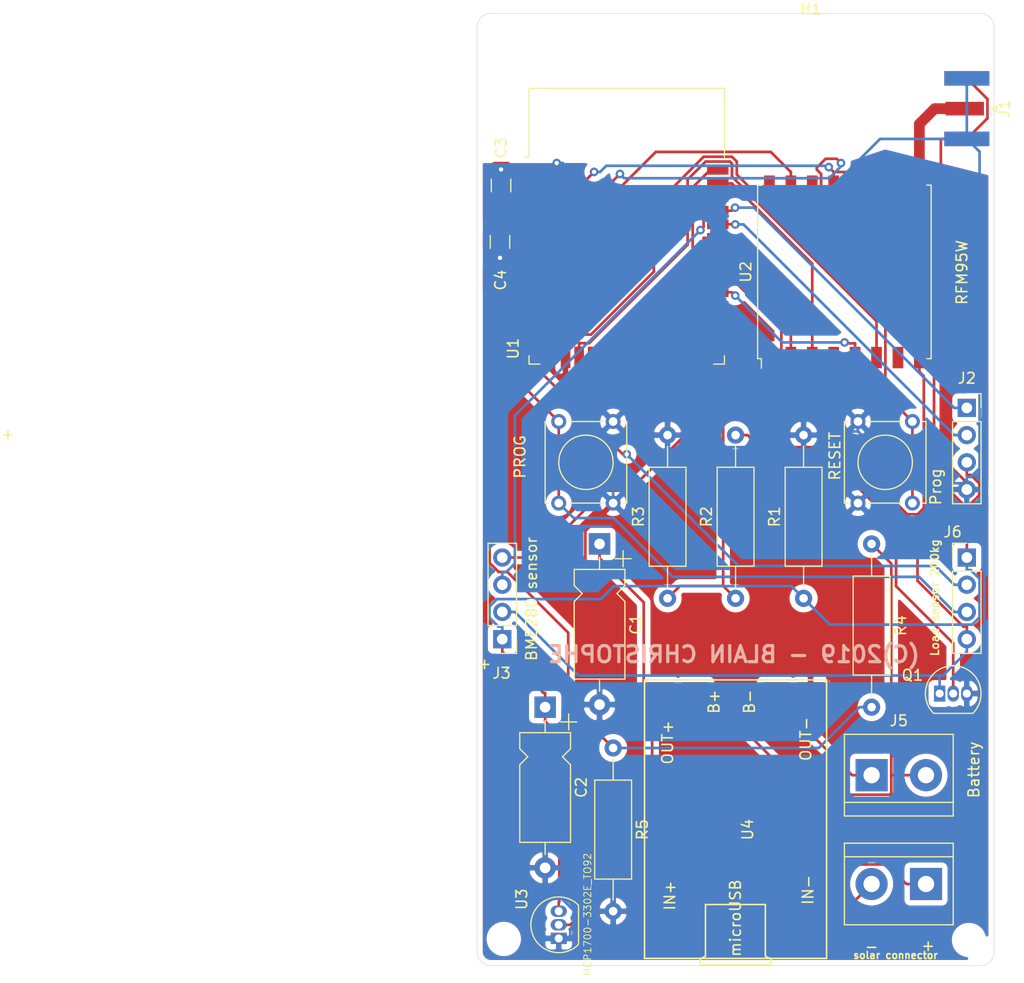
<source format=kicad_pcb>
(kicad_pcb (version 20171130) (host pcbnew "(5.1.4)-1")
  (layers (0 F.Cu signal) (31 B.Cu signal) (34 B.Paste user) (35 F.Paste user) (36 B.SilkS user) (37 F.SilkS user) (38 B.Mask user) (39 F.Mask user) (44 Edge.Cuts user))
  (net 0 "")
  (net 1 0)
  (net 2 "Net-(C1-Pad1)")
  (net 3 VCC)
  (net 4 "Net-(SW1-Pad2)")
  (net 5 "Net-(U1-Pad4)")
  (net 6 "Net-(U1-Pad5)")
  (net 7 "Net-(U1-Pad6)")
  (net 8 "Net-(U1-Pad7)")
  (net 9 "Net-(U1-Pad9)")
  (net 10 "Net-(U1-Pad12)")
  (net 11 "Net-(U1-Pad13)")
  (net 12 "Net-(U1-Pad14)")
  (net 13 "Net-(U1-Pad16)")
  (net 14 "Net-(U1-Pad17)")
  (net 15 "Net-(U1-Pad18)")
  (net 16 "Net-(U1-Pad19)")
  (net 17 "Net-(U1-Pad20)")
  (net 18 "Net-(U1-Pad21)")
  (net 19 "Net-(U1-Pad22)")
  (net 20 "Net-(U1-Pad23)")
  (net 21 "Net-(U1-Pad24)")
  (net 22 "Net-(U1-Pad25)")
  (net 23 "Net-(U1-Pad26)")
  (net 24 "Net-(U1-Pad28)")
  (net 25 "Net-(U1-Pad29)")
  (net 26 "Net-(U1-Pad30)")
  (net 27 "Net-(U1-Pad31)")
  (net 28 "Net-(U1-Pad32)")
  (net 29 "Net-(U1-Pad37)")
  (net 30 "Net-(U2-Pad12)")
  (net 31 "Net-(U2-Pad11)")
  (net 32 "Net-(U2-Pad7)")
  (net 33 "Net-(U2-Pad16)")
  (net 34 "Net-(J1-Pad1)")
  (net 35 /RXD)
  (net 36 /TXD)
  (net 37 /SCL)
  (net 38 /SDA)
  (net 39 /Vin-)
  (net 40 /Vin+)
  (net 41 /VBAT+)
  (net 42 /VBAT-)
  (net 43 /deepsleep)
  (net 44 "Net-(Q1-Pad2)")
  (net 45 "Net-(R2-Pad1)")
  (net 46 /CheckVbat+)
  (net 47 /DT)
  (net 48 /SLK)
  (module Capacitor_THT:CP_Axial_L10.0mm_D4.5mm_P15.00mm_Horizontal (layer F.Cu) (at 128.27 617.22 270)
    (fp_text reference C1 (at 7.5 -3.37 90) (layer F.SilkS))
    (fp_text value 10µF)
    (pad 2 thru_hole oval (at 15 0 270) (size 2 2) (drill 1) (layers *.Cu *.Mask) (net 1 0))
    (pad 1 thru_hole rect (at 0 0 270) (size 2 2) (drill 1) (layers *.Cu *.Mask) (net 2 "Net-(C1-Pad1)"))
  )
  (module Capacitor_THT:CP_Axial_L10.0mm_D4.5mm_P15.00mm_Horizontal (layer F.Cu) (at 123.19 632.46 270)
    (fp_text reference C2 (at 7.5 -3.37 90) (layer F.SilkS))
    (fp_text value 10µF)
    (pad 1 thru_hole rect (at 0 0 270) (size 2 2) (drill 1) (layers *.Cu *.Mask) (net 3 VCC))
    (pad 2 thru_hole oval (at 15 0 270) (size 2 2) (drill 1) (layers *.Cu *.Mask) (net 1 0))
  )
  (module Connector_Coaxial:SMA_Samtec_SMA-J-P-H-ST-EM1_EdgeMount (layer F.Cu) (at 162.56 576.58 180)
    (fp_text reference J1 (at -3.5 0 90) (layer F.SilkS))
    (fp_text value Conn_Coaxial_Power hide)
    (pad 2 smd rect (at 0 2.825 270) (size 1.35 4.2) (layers B.Cu B.Paste B.Mask) (net 1 0))
    (pad 2 smd rect (at 0 -2.825 270) (size 1.35 4.2) (layers B.Cu B.Paste B.Mask) (net 1 0))
    (pad 2 smd rect (at 0 2.825 270) (size 1.35 4.2) (layers F.Cu F.Paste F.Mask) (net 1 0))
    (pad 2 smd rect (at 0 -2.825 270) (size 1.35 4.2) (layers F.Cu F.Paste F.Mask) (net 1 0))
    (pad 1 smd rect (at 0.2 0 270) (size 1.27 3.6) (layers F.Cu F.Paste F.Mask) (net 34 "Net-(J1-Pad1)"))
  )
  (module Connector_PinHeader_2.54mm:PinHeader_1x04_P2.54mm_Vertical (layer F.Cu) (at 119.19 626.11 180)
    (fp_text reference J3 (at 0.0635 -3.175) (layer F.SilkS))
    (fp_text value "BME280 sensor" (at -2.73 3.7592 90) (layer F.SilkS))
    (pad 1 thru_hole rect (at 0 0 180) (size 1.7 1.7) (drill 1) (layers *.Cu *.Mask) (net 3 VCC))
    (pad 2 thru_hole oval (at 0 2.54 180) (size 1.7 1.7) (drill 1) (layers *.Cu *.Mask) (net 43 /deepsleep))
    (pad 3 thru_hole oval (at 0 5.08 180) (size 1.7 1.7) (drill 1) (layers *.Cu *.Mask) (net 37 /SCL))
    (pad 4 thru_hole oval (at 0 7.62 180) (size 1.7 1.7) (drill 1) (layers *.Cu *.Mask) (net 38 /SDA))
  )
  (module TerminalBlock:TerminalBlock_bornier-2_P5.08mm (layer F.Cu) (at 158.75 648.97 180)
    (fp_text reference J4 hide)
    (fp_text value "solar connector" (at 2.8448 -6.6548) (layer F.SilkS) (effects (font (size 0.66 0.66))))
    (pad 1 thru_hole rect (at 0 0 180) (size 3 3) (drill 1.52) (layers *.Cu *.Mask) (net 40 /Vin+))
    (pad 2 thru_hole circle (at 5.08 0 180) (size 3 3) (drill 1.52) (layers *.Cu *.Mask) (net 39 /Vin-))
  )
  (module TerminalBlock:TerminalBlock_bornier-2_P5.08mm (layer F.Cu) (at 153.67 638.81)
    (fp_text reference J5 (at 2.54 -5.08) (layer F.SilkS))
    (fp_text value Battery (at 9.5504 -0.508 270) (layer F.SilkS))
    (pad 2 thru_hole circle (at 5.08 0) (size 3 3) (drill 1.52) (layers *.Cu *.Mask) (net 41 /VBAT+))
    (pad 1 thru_hole rect (at 0 0) (size 3 3) (drill 1.52) (layers *.Cu *.Mask) (net 42 /VBAT-))
  )
  (module Connector_PinHeader_2.54mm:PinHeader_1x04_P2.54mm_Vertical (layer F.Cu) (at 162.56 618.49)
    (fp_text reference J6 (at -1.3208 -2.3876) (layer F.SilkS))
    (fp_text value "Load sensor 200kg" (at -2.9845 3.7465 90) (layer F.SilkS) (effects (font (size 0.75 0.75))))
    (pad 4 thru_hole oval (at 0 7.62) (size 1.7 1.7) (drill 1) (layers *.Cu *.Mask) (net 43 /deepsleep))
    (pad 3 thru_hole oval (at 0 5.08) (size 1.7 1.7) (drill 1) (layers *.Cu *.Mask) (net 47 /DT))
    (pad 2 thru_hole oval (at 0 2.54) (size 1.7 1.7) (drill 1) (layers *.Cu *.Mask) (net 48 /SLK))
    (pad 1 thru_hole rect (at 0 0) (size 1.7 1.7) (drill 1) (layers *.Cu *.Mask) (net 3 VCC))
  )
  (module Package_TO_SOT_THT:TO-92_Inline (layer F.Cu) (at 160.02 631.19)
    (fp_text reference Q1 (at -2.54 -1.7145) (layer F.SilkS))
    (fp_text value BC337)
    (pad 2 thru_hole oval (at 1.27 0) (size 1.05 1.5) (drill 0.75) (layers *.Cu *.Mask) (net 44 "Net-(Q1-Pad2)"))
    (pad 3 thru_hole oval (at 2.54 0) (size 1.05 1.5) (drill 0.75) (layers *.Cu *.Mask) (net 1 0))
    (pad 1 thru_hole rect (at 0 0) (size 1.05 1.5) (drill 0.75) (layers *.Cu *.Mask) (net 43 /deepsleep))
  )
  (module Resistor_THT:R_Axial_DIN0309_L9.0mm_D3.2mm_P15.24mm_Horizontal (layer F.Cu) (at 147.32 622.3 90)
    (fp_text reference R1 (at 7.62 -2.72 90) (layer F.SilkS))
    (fp_text value 10K)
    (pad 1 thru_hole circle (at 0 0 90) (size 1.6 1.6) (drill 0.8) (layers *.Cu *.Mask) (net 3 VCC))
    (pad 2 thru_hole oval (at 15.24 0 90) (size 1.6 1.6) (drill 0.8) (layers *.Cu *.Mask) (net 1 0))
  )
  (module Resistor_THT:R_Axial_DIN0309_L9.0mm_D3.2mm_P15.24mm_Horizontal (layer F.Cu) (at 140.97 622.3 90)
    (fp_text reference R2 (at 7.62 -2.72 90) (layer F.SilkS))
    (fp_text value 2,2K)
    (pad 1 thru_hole circle (at 0 0 90) (size 1.6 1.6) (drill 0.8) (layers *.Cu *.Mask) (net 45 "Net-(R2-Pad1)"))
    (pad 2 thru_hole oval (at 15.24 0 90) (size 1.6 1.6) (drill 0.8) (layers *.Cu *.Mask) (net 44 "Net-(Q1-Pad2)"))
  )
  (module Resistor_THT:R_Axial_DIN0309_L9.0mm_D3.2mm_P15.24mm_Horizontal (layer F.Cu) (at 134.62 622.3 90)
    (fp_text reference R3 (at 7.62 -2.72 90) (layer F.SilkS))
    (fp_text value 10K)
    (pad 2 thru_hole oval (at 15.24 0 90) (size 1.6 1.6) (drill 0.8) (layers *.Cu *.Mask) (net 1 0))
    (pad 1 thru_hole circle (at 0 0 90) (size 1.6 1.6) (drill 0.8) (layers *.Cu *.Mask) (net 45 "Net-(R2-Pad1)"))
  )
  (module Resistor_THT:R_Axial_DIN0309_L9.0mm_D3.2mm_P15.24mm_Horizontal (layer F.Cu) (at 153.67 617.22 270)
    (fp_text reference R4 (at 7.62 -2.72 90) (layer F.SilkS))
    (fp_text value 1M)
    (pad 1 thru_hole circle (at 0 0 270) (size 1.6 1.6) (drill 0.8) (layers *.Cu *.Mask) (net 41 /VBAT+))
    (pad 2 thru_hole oval (at 15.24 0 270) (size 1.6 1.6) (drill 0.8) (layers *.Cu *.Mask) (net 46 /CheckVbat+))
  )
  (module Resistor_THT:R_Axial_DIN0309_L9.0mm_D3.2mm_P15.24mm_Horizontal (layer F.Cu) (at 129.54 636.27 270)
    (fp_text reference R5 (at 7.62 -2.72 90) (layer F.SilkS))
    (fp_text value 3M)
    (pad 2 thru_hole oval (at 15.24 0 270) (size 1.6 1.6) (drill 0.8) (layers *.Cu *.Mask) (net 1 0))
    (pad 1 thru_hole circle (at 0 0 270) (size 1.6 1.6) (drill 0.8) (layers *.Cu *.Mask) (net 46 /CheckVbat+))
  )
  (module Button_Switch_THT:SW_Tactile_Straight_KSA0Axx1LFTR (layer F.Cu) (at 152.4 613.41 90)
    (fp_text reference SW1 hide)
    (fp_text value RESET (at 4.3815 -2.159 90) (layer F.SilkS))
    (pad 2 thru_hole circle (at 0 5.08 90) (size 1.397 1.397) (drill 0.8128) (layers *.Cu *.Mask) (net 4 "Net-(SW1-Pad2)"))
    (pad 1 thru_hole circle (at 0 0 90) (size 1.397 1.397) (drill 0.8128) (layers *.Cu *.Mask) (net 1 0))
    (pad 2 thru_hole circle (at 7.62 5.08 90) (size 1.397 1.397) (drill 0.8128) (layers *.Cu *.Mask) (net 4 "Net-(SW1-Pad2)"))
    (pad 1 thru_hole circle (at 7.62 0 90) (size 1.397 1.397) (drill 0.8128) (layers *.Cu *.Mask) (net 1 0))
  )
  (module Button_Switch_THT:SW_Tactile_Straight_KSA0Axx1LFTR (layer F.Cu) (at 124.46 613.41 90)
    (fp_text reference SW2 hide)
    (fp_text value PROG (at 4.318 -3.6195 90) (layer F.SilkS))
    (pad 1 thru_hole circle (at 7.62 0 90) (size 1.397 1.397) (drill 0.8128) (layers *.Cu *.Mask) (net 47 /DT))
    (pad 2 thru_hole circle (at 7.62 5.08 90) (size 1.397 1.397) (drill 0.8128) (layers *.Cu *.Mask) (net 1 0))
    (pad 1 thru_hole circle (at 0 0 90) (size 1.397 1.397) (drill 0.8128) (layers *.Cu *.Mask) (net 47 /DT))
    (pad 2 thru_hole circle (at 0 5.08 90) (size 1.397 1.397) (drill 0.8128) (layers *.Cu *.Mask) (net 1 0))
  )
  (module RF_Module:ESP32-WROOM-32 (layer F.Cu) (at 130.81 590.55)
    (fp_text reference U1 (at -10.61 8.43 90) (layer F.SilkS))
    (fp_text value ESP32-WROOM-32)
    (pad 39 smd rect (at -1 -0.755) (size 5 5) (layers F.Cu F.Paste F.Mask))
    (pad 1 smd rect (at -8.5 -8.255) (size 2 0.9) (layers F.Cu F.Paste F.Mask) (net 1 0))
    (pad 2 smd rect (at -8.5 -6.985) (size 2 0.9) (layers F.Cu F.Paste F.Mask) (net 3 VCC))
    (pad 3 smd rect (at -8.5 -5.715) (size 2 0.9) (layers F.Cu F.Paste F.Mask) (net 4 "Net-(SW1-Pad2)"))
    (pad 4 smd rect (at -8.5 -4.445) (size 2 0.9) (layers F.Cu F.Paste F.Mask) (net 5 "Net-(U1-Pad4)"))
    (pad 5 smd rect (at -8.5 -3.175) (size 2 0.9) (layers F.Cu F.Paste F.Mask) (net 6 "Net-(U1-Pad5)"))
    (pad 6 smd rect (at -8.5 -1.905) (size 2 0.9) (layers F.Cu F.Paste F.Mask) (net 7 "Net-(U1-Pad6)"))
    (pad 7 smd rect (at -8.5 -0.635) (size 2 0.9) (layers F.Cu F.Paste F.Mask) (net 8 "Net-(U1-Pad7)"))
    (pad 8 smd rect (at -8.5 0.635) (size 2 0.9) (layers F.Cu F.Paste F.Mask) (net 46 /CheckVbat+))
    (pad 9 smd rect (at -8.5 1.905) (size 2 0.9) (layers F.Cu F.Paste F.Mask) (net 9 "Net-(U1-Pad9)"))
    (pad 10 smd rect (at -8.5 3.175) (size 2 0.9) (layers F.Cu F.Paste F.Mask) (net 47 /DT))
    (pad 11 smd rect (at -8.5 4.445) (size 2 0.9) (layers F.Cu F.Paste F.Mask) (net 48 /SLK))
    (pad 12 smd rect (at -8.5 5.715) (size 2 0.9) (layers F.Cu F.Paste F.Mask) (net 10 "Net-(U1-Pad12)"))
    (pad 13 smd rect (at -8.5 6.985) (size 2 0.9) (layers F.Cu F.Paste F.Mask) (net 11 "Net-(U1-Pad13)"))
    (pad 14 smd rect (at -8.5 8.255) (size 2 0.9) (layers F.Cu F.Paste F.Mask) (net 12 "Net-(U1-Pad14)"))
    (pad 15 smd rect (at -5.715 9.255 90) (size 2 0.9) (layers F.Cu F.Paste F.Mask) (net 1 0))
    (pad 16 smd rect (at -4.445 9.255 90) (size 2 0.9) (layers F.Cu F.Paste F.Mask) (net 13 "Net-(U1-Pad16)"))
    (pad 17 smd rect (at -3.175 9.255 90) (size 2 0.9) (layers F.Cu F.Paste F.Mask) (net 14 "Net-(U1-Pad17)"))
    (pad 18 smd rect (at -1.905 9.255 90) (size 2 0.9) (layers F.Cu F.Paste F.Mask) (net 15 "Net-(U1-Pad18)"))
    (pad 19 smd rect (at -0.635 9.255 90) (size 2 0.9) (layers F.Cu F.Paste F.Mask) (net 16 "Net-(U1-Pad19)"))
    (pad 20 smd rect (at 0.635 9.255 90) (size 2 0.9) (layers F.Cu F.Paste F.Mask) (net 17 "Net-(U1-Pad20)"))
    (pad 21 smd rect (at 1.905 9.255 90) (size 2 0.9) (layers F.Cu F.Paste F.Mask) (net 18 "Net-(U1-Pad21)"))
    (pad 22 smd rect (at 3.175 9.255 90) (size 2 0.9) (layers F.Cu F.Paste F.Mask) (net 19 "Net-(U1-Pad22)"))
    (pad 23 smd rect (at 4.445 9.255 90) (size 2 0.9) (layers F.Cu F.Paste F.Mask) (net 20 "Net-(U1-Pad23)"))
    (pad 24 smd rect (at 5.715 9.255 90) (size 2 0.9) (layers F.Cu F.Paste F.Mask) (net 21 "Net-(U1-Pad24)"))
    (pad 25 smd rect (at 8.5 8.255) (size 2 0.9) (layers F.Cu F.Paste F.Mask) (net 22 "Net-(U1-Pad25)"))
    (pad 26 smd rect (at 8.5 6.985) (size 2 0.9) (layers F.Cu F.Paste F.Mask) (net 23 "Net-(U1-Pad26)"))
    (pad 27 smd rect (at 8.5 5.715) (size 2 0.9) (layers F.Cu F.Paste F.Mask) (net 45 "Net-(R2-Pad1)"))
    (pad 28 smd rect (at 8.5 4.445) (size 2 0.9) (layers F.Cu F.Paste F.Mask) (net 24 "Net-(U1-Pad28)"))
    (pad 29 smd rect (at 8.5 3.175) (size 2 0.9) (layers F.Cu F.Paste F.Mask) (net 25 "Net-(U1-Pad29)"))
    (pad 30 smd rect (at 8.5 1.905) (size 2 0.9) (layers F.Cu F.Paste F.Mask) (net 26 "Net-(U1-Pad30)"))
    (pad 31 smd rect (at 8.5 0.635) (size 2 0.9) (layers F.Cu F.Paste F.Mask) (net 27 "Net-(U1-Pad31)"))
    (pad 32 smd rect (at 8.5 -0.635) (size 2 0.9) (layers F.Cu F.Paste F.Mask) (net 28 "Net-(U1-Pad32)"))
    (pad 33 smd rect (at 8.5 -1.905) (size 2 0.9) (layers F.Cu F.Paste F.Mask) (net 38 /SDA))
    (pad 34 smd rect (at 8.5 -3.175) (size 2 0.9) (layers F.Cu F.Paste F.Mask) (net 36 /TXD))
    (pad 35 smd rect (at 8.5 -4.445) (size 2 0.9) (layers F.Cu F.Paste F.Mask) (net 35 /RXD))
    (pad 36 smd rect (at 8.5 -5.715) (size 2 0.9) (layers F.Cu F.Paste F.Mask) (net 37 /SCL))
    (pad 37 smd rect (at 8.5 -6.985) (size 2 0.9) (layers F.Cu F.Paste F.Mask) (net 29 "Net-(U1-Pad37)"))
    (pad 38 smd rect (at 8.5 -8.255) (size 2 0.9) (layers F.Cu F.Paste F.Mask) (net 1 0))
  )
  (module RF_Module:HOPERF_RFM9XW_SMD (layer F.Cu) (at 151.13 591.82 90)
    (fp_text reference U2 (at 0 -9.2 90) (layer F.SilkS))
    (fp_text value RFM95W (at -0.0508 10.9728 90) (layer F.SilkS))
    (pad 1 smd rect (at -8 -7 90) (size 2 1) (layers F.Cu F.Paste F.Mask) (net 43 /deepsleep))
    (pad 2 smd rect (at -8 -5 90) (size 2 1) (layers F.Cu F.Paste F.Mask) (net 27 "Net-(U1-Pad31)"))
    (pad 3 smd rect (at -8 -3 90) (size 2 1) (layers F.Cu F.Paste F.Mask) (net 29 "Net-(U1-Pad37)"))
    (pad 4 smd rect (at -8 -1 90) (size 2 1) (layers F.Cu F.Paste F.Mask) (net 26 "Net-(U1-Pad30)"))
    (pad 5 smd rect (at -8 1 90) (size 2 1) (layers F.Cu F.Paste F.Mask) (net 25 "Net-(U1-Pad29)"))
    (pad 6 smd rect (at -8 3 90) (size 2 1) (layers F.Cu F.Paste F.Mask) (net 13 "Net-(U1-Pad16)"))
    (pad 7 smd rect (at -8 5 90) (size 2 1) (layers F.Cu F.Paste F.Mask) (net 32 "Net-(U2-Pad7)"))
    (pad 8 smd rect (at -8 7 90) (size 2 1) (layers F.Cu F.Paste F.Mask) (net 43 /deepsleep))
    (pad 9 smd rect (at 8 7 90) (size 2 1) (layers F.Cu F.Paste F.Mask) (net 34 "Net-(J1-Pad1)"))
    (pad 10 smd rect (at 8 5 90) (size 2 1) (layers F.Cu F.Paste F.Mask) (net 43 /deepsleep))
    (pad 11 smd rect (at 8 3 90) (size 2 1) (layers F.Cu F.Paste F.Mask) (net 31 "Net-(U2-Pad11)"))
    (pad 12 smd rect (at 8 1 90) (size 2 1) (layers F.Cu F.Paste F.Mask) (net 30 "Net-(U2-Pad12)"))
    (pad 13 smd rect (at 8 -1 90) (size 2 1) (layers F.Cu F.Paste F.Mask) (net 3 VCC))
    (pad 14 smd rect (at 8 -3 90) (size 2 1) (layers F.Cu F.Paste F.Mask) (net 12 "Net-(U1-Pad14)"))
    (pad 15 smd rect (at 8 -5 90) (size 2 1) (layers F.Cu F.Paste F.Mask) (net 11 "Net-(U1-Pad13)"))
    (pad 16 smd rect (at 8 -7 90) (size 2 1) (layers F.Cu F.Paste F.Mask) (net 33 "Net-(U2-Pad16)"))
  )
  (module Package_TO_SOT_THT:TO-92_Inline (layer F.Cu) (at 124.46 654.05 90)
    (fp_text reference U3 (at 3.6576 -3.4544 90) (layer F.SilkS))
    (fp_text value MCP1700-3302E_TO92 (at 2.2352 2.6924 90) (layer F.SilkS) (effects (font (size 0.66 0.66) (thickness 0.08))))
    (pad 1 thru_hole rect (at 0 0 90) (size 1.05 1.5) (drill 0.75) (layers *.Cu *.Mask) (net 1 0))
    (pad 3 thru_hole oval (at 2.54 0 90) (size 1.05 1.5) (drill 0.75) (layers *.Cu *.Mask) (net 3 VCC))
    (pad 2 thru_hole oval (at 1.27 0 90) (size 1.05 1.5) (drill 0.75) (layers *.Cu *.Mask) (net 2 "Net-(C1-Pad1)"))
  )
  (module TP4056:4056E_LiIon_loader_SMT (layer F.Cu) (at 140.97 642.62 90)
    (fp_text reference U4 (at -1.266 1.13 90) (layer F.SilkS))
    (fp_text value TP4056)
    (fp_text user IN+ (at -7.43 -6.13 90) (layer F.SilkS))
    (fp_text user IN- (at -6.9 6.76 90) (layer F.SilkS))
    (fp_text user OUT+ (at 6.87 -6.348 90) (layer F.SilkS))
    (fp_text user OUT- (at 7.19 6.556 90) (layer F.SilkS))
    (fp_text user B+ (at 10.674 -2.012 90) (layer F.SilkS))
    (fp_text user B- (at 10.674 1.29 90) (layer F.SilkS))
    (fp_text user microUSB (at -9.538 -0.014 270) (layer F.SilkS))
    (pad 4 smd rect (at 11 3.75 90) (size 3 2.5) (layers F.Cu F.Paste F.Mask) (net 42 /VBAT-))
    (pad 3 smd rect (at 11 -3.75 90) (size 3 2.5) (layers F.Cu F.Paste F.Mask) (net 41 /VBAT+))
    (pad 5 smd rect (at 11 -7 90) (size 3 2.5) (layers F.Cu F.Paste F.Mask) (net 2 "Net-(C1-Pad1)"))
    (pad 6 smd rect (at 11 7 90) (size 3 2.5) (layers F.Cu F.Paste F.Mask) (net 1 0))
    (pad 2 smd rect (at -11 6.75 90) (size 3 3) (layers F.Cu F.Paste F.Mask) (net 39 /Vin-))
    (pad 1 smd rect (at -11 -6.75 90) (size 3 3) (layers F.Cu F.Paste F.Mask) (net 40 /Vin+))
  )
  (module Connector_PinSocket_2.54mm:PinSocket_1x04_P2.54mm_Vertical (layer F.Cu) (at 162.56 604.52)
    (fp_text reference J2 (at 0 -2.77) (layer F.SilkS))
    (fp_text value Prog (at -2.8956 7.366 90) (layer F.SilkS))
    (pad 1 thru_hole rect (at 0 0) (size 1.7 1.7) (drill 1) (layers *.Cu *.Mask) (net 35 /RXD))
    (pad 2 thru_hole oval (at 0 2.54) (size 1.7 1.7) (drill 1) (layers *.Cu *.Mask) (net 36 /TXD))
    (pad 3 thru_hole oval (at 0 5.08) (size 1.7 1.7) (drill 1) (layers *.Cu *.Mask) (net 3 VCC))
    (pad 4 thru_hole oval (at 0 7.62) (size 1.7 1.7) (drill 1) (layers *.Cu *.Mask) (net 1 0))
  )
  (module MountingHole:MountingHole_2.2mm_M2 (layer F.Cu) (at 147.9804 570.484)
    (fp_text reference H1 (at 0 -3.2) (layer F.SilkS))
    (fp_text value MountingHole)
    (pad 1 np_thru_hole circle (at 0 0) (size 2.2 2.2) (drill 2.2) (layers *.Cu *.Mask))
  )
  (module MountingHole:MountingHole_2.2mm_M2 (layer F.Cu) (at 119.3292 654.1008)
    (fp_text reference H2 hide)
    (fp_text value MountingHole)
    (pad 1 np_thru_hole circle (at 0 0) (size 2.2 2.2) (drill 2.2) (layers *.Cu *.Mask))
  )
  (module MountingHole:MountingHole_2.2mm_M2 (layer F.Cu) (at 162.7632 654.2024)
    (fp_text reference H3 hide)
    (fp_text value MountingHole)
    (pad 1 np_thru_hole circle (at 0 0) (size 2.2 2.2) (drill 2.2) (layers *.Cu *.Mask))
  )
  (module Capacitor_SMD:C_1206_3216Metric_Pad1.42x1.75mm_HandSolder (layer F.Cu) (at 119.0752 583.7428 270)
    (fp_text reference C3 (at -3.5052 0 90) (layer F.SilkS))
    (fp_text value 100nF)
    (pad 1 smd roundrect (at -1.4875 0 270) (size 1.425 1.75) (layers F.Cu F.Paste F.Mask) (roundrect_rratio 0.175439) (net 1 0))
    (pad 2 smd roundrect (at 1.4875 0 270) (size 1.425 1.75) (layers F.Cu F.Paste F.Mask) (roundrect_rratio 0.175439) (net 3 VCC))
  )
  (module Capacitor_SMD:C_1206_3216Metric_Pad1.42x1.75mm_HandSolder (layer F.Cu) (at 118.9736 589.026 90)
    (fp_text reference C4 (at -3.556 0.0508 90) (layer F.SilkS))
    (fp_text value 10uF)
    (pad 2 smd roundrect (at 1.4875 0 90) (size 1.425 1.75) (layers F.Cu F.Paste F.Mask) (roundrect_rratio 0.175439) (net 3 VCC))
    (pad 1 smd roundrect (at -1.4875 0 90) (size 1.425 1.75) (layers F.Cu F.Paste F.Mask) (roundrect_rratio 0.175439) (net 1 0))
  )
  (gr_text - (at 153.67 654.812) (layer F.SilkS) (effects (font (size 1 1))))
  (gr_text + (at 158.9532 654.7104) (layer F.SilkS) (effects (font (size 1 1))))
  (gr_text + (at 73.0377 606.9584) (layer F.SilkS) (effects (font (size 1 1))))
  (gr_text "(C)2019 - BLAIN CHRISTOPHE" (at 140.8176 627.5324) (layer B.SilkS) (effects (font (size 1.5 1.5) (thickness 0.3)) (justify mirror)))
  (gr_text + (at 117.5385 628.396) (layer F.SilkS) (effects (font (size 1 1))))
  (gr_arc (start 163.83 568.96) (end 165.1 568.96) (angle -90) (layer Edge.Cuts) (width 0.05))
  (gr_arc (start 118.11 568.96) (end 118.11 567.69) (angle -90) (layer Edge.Cuts) (width 0.05))
  (gr_line (start 119.38 567.69) (end 118.11 567.69) (layer Edge.Cuts) (width 0.05))
  (gr_line (start 116.84 655.32) (end 116.84 568.96) (layer Edge.Cuts) (width 0.05))
  (gr_arc (start 163.83 655.32) (end 163.83 656.59) (angle -90) (layer Edge.Cuts) (width 0.05))
  (gr_arc (start 118.11 655.32) (end 116.84 655.32) (angle -90) (layer Edge.Cuts) (width 0.05))
  (gr_line (start 120.65 656.59) (end 118.11 656.59) (layer Edge.Cuts) (width 0.05))
  (gr_line (start 163.83 567.69) (end 119.38 567.69) (layer Edge.Cuts) (width 0.05))
  (gr_line (start 165.1 655.32) (end 165.1 568.96) (layer Edge.Cuts) (width 0.05))
  (gr_line (start 120.65 656.59) (end 163.83 656.59) (layer Edge.Cuts) (width 0.05))
  (segment (start 162.56 579.405) (end 162.56 573.755) (width 0.25) (layer B.Cu) (net 1))
  (segment (start 162.56 610.9647) (end 162.9273 610.9647) (width 0.25) (layer B.Cu) (net 1))
  (segment (start 162.9273 610.9647) (end 163.7524 610.1396) (width 0.25) (layer B.Cu) (net 1))
  (segment (start 163.7524 610.1396) (end 163.7524 580.5974) (width 0.25) (layer B.Cu) (net 1))
  (segment (start 163.7524 580.5974) (end 162.56 579.405) (width 0.25) (layer B.Cu) (net 1))
  (segment (start 128.27 632.22) (end 128.27 630.8947) (width 0.25) (layer F.Cu) (net 1))
  (segment (start 129.54 613.41) (end 126.9447 616.0053) (width 0.25) (layer F.Cu) (net 1))
  (segment (start 126.9447 616.0053) (end 126.9447 629.5694) (width 0.25) (layer F.Cu) (net 1))
  (segment (start 126.9447 629.5694) (end 128.27 630.8947) (width 0.25) (layer F.Cu) (net 1))
  (segment (start 162.56 631.19) (end 163.4103 631.19) (width 0.25) (layer B.Cu) (net 1))
  (segment (start 162.56 612.14) (end 162.56 613.3153) (width 0.25) (layer B.Cu) (net 1))
  (segment (start 162.56 613.3153) (end 164.1992 614.9545) (width 0.25) (layer B.Cu) (net 1))
  (segment (start 164.1992 614.9545) (end 164.1992 630.4011) (width 0.25) (layer B.Cu) (net 1))
  (segment (start 164.1992 630.4011) (end 163.4103 631.19) (width 0.25) (layer B.Cu) (net 1))
  (segment (start 162.56 611.8461) (end 162.56 612.14) (width 0.25) (layer B.Cu) (net 1))
  (segment (start 162.56 612.14) (end 162.56 611.5032) (width 0.25) (layer F.Cu) (net 1))
  (segment (start 162.56 611.5032) (end 160.1347 609.0779) (width 0.25) (layer F.Cu) (net 1))
  (segment (start 160.1347 609.0779) (end 160.1347 579.405) (width 0.25) (layer F.Cu) (net 1))
  (segment (start 134.62 607.06) (end 134.62 605.9347) (width 0.25) (layer F.Cu) (net 1))
  (segment (start 134.62 605.9347) (end 137.3004 603.2543) (width 0.25) (layer F.Cu) (net 1))
  (segment (start 137.3004 603.2543) (end 137.3004 593.7607) (width 0.25) (layer F.Cu) (net 1))
  (segment (start 137.3004 593.7607) (end 136.9678 593.4281) (width 0.25) (layer F.Cu) (net 1))
  (segment (start 136.9678 593.4281) (end 136.9678 583.921) (width 0.25) (layer F.Cu) (net 1))
  (segment (start 136.9678 583.921) (end 138.5938 582.295) (width 0.25) (layer F.Cu) (net 1))
  (segment (start 138.5938 582.295) (end 139.31 582.295) (width 0.25) (layer F.Cu) (net 1))
  (segment (start 130.81 607.06) (end 129.54 605.79) (width 0.25) (layer B.Cu) (net 1))
  (segment (start 134.62 607.06) (end 130.81 607.06) (width 0.25) (layer B.Cu) (net 1))
  (segment (start 129.54 613.41) (end 129.54 608.33) (width 0.25) (layer B.Cu) (net 1))
  (segment (start 129.54 608.33) (end 130.81 607.06) (width 0.25) (layer B.Cu) (net 1))
  (segment (start 135.1827 607.06) (end 134.62 607.06) (width 0.25) (layer B.Cu) (net 1))
  (segment (start 135.1827 607.06) (end 135.7453 607.06) (width 0.25) (layer B.Cu) (net 1))
  (segment (start 128.27 632.22) (end 128.27 633.5453) (width 0.25) (layer B.Cu) (net 1))
  (segment (start 128.27 633.5453) (end 123.19 638.6253) (width 0.25) (layer B.Cu) (net 1))
  (segment (start 123.19 638.6253) (end 123.19 647.46) (width 0.25) (layer B.Cu) (net 1))
  (segment (start 152.4 606.7188) (end 148.7865 606.7188) (width 0.25) (layer B.Cu) (net 1))
  (segment (start 148.7865 606.7188) (end 148.4453 607.06) (width 0.25) (layer B.Cu) (net 1))
  (segment (start 154.2577 611.5523) (end 154.2577 608.5765) (width 0.25) (layer B.Cu) (net 1))
  (segment (start 154.2577 608.5765) (end 152.4 606.7188) (width 0.25) (layer B.Cu) (net 1))
  (segment (start 152.4 606.7188) (end 152.4 605.79) (width 0.25) (layer B.Cu) (net 1))
  (segment (start 147.32 607.06) (end 148.4453 607.06) (width 0.25) (layer B.Cu) (net 1))
  (segment (start 147.32 607.06) (end 146.1947 607.06) (width 0.25) (layer B.Cu) (net 1))
  (segment (start 146.1947 607.06) (end 145.0694 608.1853) (width 0.25) (layer B.Cu) (net 1))
  (segment (start 145.0694 608.1853) (end 136.8706 608.1853) (width 0.25) (layer B.Cu) (net 1))
  (segment (start 136.8706 608.1853) (end 135.7453 607.06) (width 0.25) (layer B.Cu) (net 1))
  (segment (start 162.56 611.8461) (end 162.56 611.5523) (width 0.25) (layer B.Cu) (net 1))
  (segment (start 129.54 605.79) (end 129.54 605.5753) (width 0.25) (layer F.Cu) (net 1))
  (segment (start 129.54 605.5753) (end 125.095 601.1303) (width 0.25) (layer F.Cu) (net 1))
  (segment (start 125.095 599.805) (end 125.095 601.1303) (width 0.25) (layer F.Cu) (net 1))
  (segment (start 162.56 579.405) (end 160.1347 579.405) (width 0.25) (layer F.Cu) (net 1))
  (segment (start 154.2577 611.5523) (end 152.4 613.41) (width 0.25) (layer B.Cu) (net 1))
  (segment (start 162.56 611.5523) (end 154.2577 611.5523) (width 0.25) (layer B.Cu) (net 1))
  (segment (start 162.56 611.5523) (end 162.56 610.9647) (width 0.25) (layer B.Cu) (net 1))
  (segment (start 162.56 579.405) (end 164.4854 577.4796) (width 0.25) (layer F.Cu) (net 1))
  (segment (start 164.4854 577.4796) (end 164.4854 575.6804) (width 0.25) (layer F.Cu) (net 1))
  (segment (start 164.4854 575.6804) (end 162.56 573.755) (width 0.25) (layer F.Cu) (net 1))
  (segment (start 124.46 654.05) (end 125.5353 654.05) (width 0.25) (layer B.Cu) (net 1))
  (segment (start 126.5458 652.141) (end 127.7837 652.141) (width 0.25) (layer B.Cu) (net 1))
  (segment (start 127.7837 652.141) (end 128.4147 651.51) (width 0.25) (layer B.Cu) (net 1))
  (segment (start 125.5353 654.05) (end 125.5353 653.2478) (width 0.25) (layer B.Cu) (net 1))
  (segment (start 125.5353 653.2478) (end 125.4872 653.1997) (width 0.25) (layer B.Cu) (net 1))
  (segment (start 125.4872 653.1997) (end 125.4872 653.1996) (width 0.25) (layer B.Cu) (net 1))
  (segment (start 125.4872 653.1996) (end 126.5458 652.141) (width 0.25) (layer B.Cu) (net 1))
  (segment (start 126.5458 652.141) (end 123.19 648.7853) (width 0.25) (layer B.Cu) (net 1))
  (segment (start 123.19 647.46) (end 123.19 648.7853) (width 0.25) (layer B.Cu) (net 1))
  (segment (start 129.54 651.51) (end 128.4147 651.51) (width 0.25) (layer B.Cu) (net 1))
  (segment (start 149.5453 631.62) (end 149.5453 616.2647) (width 0.25) (layer F.Cu) (net 1))
  (segment (start 149.5453 616.2647) (end 152.4 613.41) (width 0.25) (layer F.Cu) (net 1))
  (segment (start 147.97 631.62) (end 149.5453 631.62) (width 0.25) (layer F.Cu) (net 1))
  (via (at 124.2695 581.66) (size 0.8) (drill 0.4) (layers F.Cu B.Cu) (net 1))
  (segment (start 122.31 582.295) (end 123.6345 582.295) (width 0.25) (layer F.Cu) (net 1))
  (segment (start 123.6345 582.295) (end 124.2695 581.66) (width 0.25) (layer F.Cu) (net 1))
  (segment (start 154.4645 579.405) (end 162.56 579.405) (width 0.25) (layer B.Cu) (net 1))
  (segment (start 124.835185 581.66) (end 129.721786 586.546601) (width 0.25) (layer B.Cu) (net 1))
  (segment (start 124.2695 581.66) (end 124.835185 581.66) (width 0.25) (layer B.Cu) (net 1))
  (segment (start 129.721786 586.546601) (end 136.146899 586.546601) (width 0.25) (layer B.Cu) (net 1))
  (segment (start 138.049 584.6445) (end 149.225 584.6445) (width 0.25) (layer B.Cu) (net 1))
  (segment (start 136.146899 586.546601) (end 138.049 584.6445) (width 0.25) (layer B.Cu) (net 1))
  (segment (start 149.225 584.6445) (end 154.4645 579.405) (width 0.25) (layer B.Cu) (net 1))
  (via (at 119.0752 582.2553) (size 0.8) (drill 0.4) (layers F.Cu B.Cu) (net 1))
  (via (at 118.9736 590.5135) (size 0.8) (drill 0.4) (layers F.Cu B.Cu) (net 1))
  (segment (start 124.46 652.78) (end 125.5353 652.78) (width 0.25) (layer F.Cu) (net 2))
  (segment (start 133.1824 631.62) (end 133.1824 645.1329) (width 0.25) (layer F.Cu) (net 2))
  (segment (start 133.1824 645.1329) (end 125.5353 652.78) (width 0.25) (layer F.Cu) (net 2))
  (segment (start 133.1824 631.62) (end 132.3947 631.62) (width 0.25) (layer F.Cu) (net 2))
  (segment (start 133.97 631.62) (end 133.1824 631.62) (width 0.25) (layer F.Cu) (net 2))
  (segment (start 128.27 617.22) (end 128.27 618.5453) (width 0.25) (layer F.Cu) (net 2))
  (segment (start 132.3947 631.62) (end 132.3947 622.67) (width 0.25) (layer F.Cu) (net 2))
  (segment (start 132.3947 622.67) (end 128.27 618.5453) (width 0.25) (layer F.Cu) (net 2))
  (segment (start 122.31 583.565) (end 123.6353 583.565) (width 0.25) (layer F.Cu) (net 3))
  (segment (start 162.5474 613.8439) (end 160.7599 612.0565) (width 0.25) (layer F.Cu) (net 3))
  (segment (start 160.7599 612.0565) (end 160.7599 610.6582) (width 0.25) (layer F.Cu) (net 3))
  (segment (start 160.7599 610.6582) (end 159.4994 609.3977) (width 0.25) (layer F.Cu) (net 3))
  (segment (start 159.4994 609.3977) (end 159.4994 587.7683) (width 0.25) (layer F.Cu) (net 3))
  (segment (start 159.4994 587.7683) (end 157.3046 585.5735) (width 0.25) (layer F.Cu) (net 3))
  (segment (start 157.3046 585.5735) (end 157.3046 582.9757) (width 0.25) (layer F.Cu) (net 3))
  (segment (start 157.3046 582.9757) (end 156.8236 582.4947) (width 0.25) (layer F.Cu) (net 3))
  (segment (start 156.8236 582.4947) (end 150.13 582.4947) (width 0.25) (layer F.Cu) (net 3))
  (segment (start 162.56 617.3147) (end 162.56 613.8566) (width 0.25) (layer F.Cu) (net 3))
  (segment (start 162.56 613.8566) (end 162.5474 613.8439) (width 0.25) (layer F.Cu) (net 3))
  (segment (start 150.13 583.82) (end 150.13 582.4947) (width 0.25) (layer F.Cu) (net 3))
  (segment (start 162.56 610.7753) (end 162.9273 610.7753) (width 0.25) (layer F.Cu) (net 3))
  (segment (start 162.9273 610.7753) (end 163.7353 611.5833) (width 0.25) (layer F.Cu) (net 3))
  (segment (start 163.7353 611.5833) (end 163.7353 612.656) (width 0.25) (layer F.Cu) (net 3))
  (segment (start 163.7353 612.656) (end 162.5474 613.8439) (width 0.25) (layer F.Cu) (net 3))
  (segment (start 123.19 632.46) (end 123.19 631.1347) (width 0.25) (layer F.Cu) (net 3))
  (segment (start 119.19 626.11) (end 119.19 627.2853) (width 0.25) (layer F.Cu) (net 3))
  (segment (start 119.19 627.2853) (end 123.0394 631.1347) (width 0.25) (layer F.Cu) (net 3))
  (segment (start 123.0394 631.1347) (end 123.19 631.1347) (width 0.25) (layer F.Cu) (net 3))
  (segment (start 162.56 618.49) (end 162.56 619.6653) (width 0.25) (layer B.Cu) (net 3))
  (segment (start 162.56 619.6653) (end 162.9273 619.6653) (width 0.25) (layer B.Cu) (net 3))
  (segment (start 162.9273 619.6653) (end 163.7481 620.4861) (width 0.25) (layer B.Cu) (net 3))
  (segment (start 163.7481 620.4861) (end 163.7481 624.0676) (width 0.25) (layer B.Cu) (net 3))
  (segment (start 163.7481 624.0676) (end 163.0599 624.7558) (width 0.25) (layer B.Cu) (net 3))
  (segment (start 163.0599 624.7558) (end 149.7758 624.7558) (width 0.25) (layer B.Cu) (net 3))
  (segment (start 149.7758 624.7558) (end 147.32 622.3) (width 0.25) (layer B.Cu) (net 3))
  (segment (start 162.56 618.49) (end 162.56 617.3147) (width 0.25) (layer F.Cu) (net 3))
  (segment (start 162.56 609.6) (end 162.56 610.7753) (width 0.25) (layer F.Cu) (net 3))
  (segment (start 119.19 626.11) (end 119.19 624.9347) (width 0.25) (layer B.Cu) (net 3))
  (segment (start 119.19 624.9347) (end 118.8227 624.9347) (width 0.25) (layer B.Cu) (net 3))
  (segment (start 118.8227 624.9347) (end 117.9927 624.1047) (width 0.25) (layer B.Cu) (net 3))
  (segment (start 117.9927 624.1047) (end 117.9927 623.0708) (width 0.25) (layer B.Cu) (net 3))
  (segment (start 117.9927 623.0708) (end 118.6923 622.3712) (width 0.25) (layer B.Cu) (net 3))
  (segment (start 118.6923 622.3712) (end 128.3988 622.3712) (width 0.25) (layer B.Cu) (net 3))
  (segment (start 128.3988 622.3712) (end 129.6092 621.1608) (width 0.25) (layer B.Cu) (net 3))
  (segment (start 129.6092 621.1608) (end 146.1808 621.1608) (width 0.25) (layer B.Cu) (net 3))
  (segment (start 146.1808 621.1608) (end 147.32 622.3) (width 0.25) (layer B.Cu) (net 3))
  (segment (start 123.19 632.46) (end 123.19 633.7853) (width 0.25) (layer F.Cu) (net 3))
  (segment (start 124.46 651.51) (end 124.46 650.6597) (width 0.25) (layer F.Cu) (net 3))
  (segment (start 124.46 650.6597) (end 124.5153 650.6044) (width 0.25) (layer F.Cu) (net 3))
  (segment (start 124.5153 650.6044) (end 124.5153 635.1106) (width 0.25) (layer F.Cu) (net 3))
  (segment (start 124.5153 635.1106) (end 123.19 633.7853) (width 0.25) (layer F.Cu) (net 3))
  (via (at 127.762 582.4855) (size 0.8) (drill 0.4) (layers F.Cu B.Cu) (net 3))
  (segment (start 123.6353 583.565) (end 126.6825 583.565) (width 0.25) (layer F.Cu) (net 3))
  (segment (start 126.6825 583.565) (end 127.762 582.4855) (width 0.25) (layer F.Cu) (net 3))
  (segment (start 128.327685 582.4855) (end 128.899185 581.914) (width 0.25) (layer B.Cu) (net 3))
  (segment (start 127.762 582.4855) (end 128.327685 582.4855) (width 0.25) (layer B.Cu) (net 3))
  (via (at 149.6729 582.0376) (size 0.8) (drill 0.4) (layers F.Cu B.Cu) (net 3))
  (segment (start 149.5493 581.914) (end 149.6729 582.0376) (width 0.25) (layer B.Cu) (net 3))
  (segment (start 128.899185 581.914) (end 149.5493 581.914) (width 0.25) (layer B.Cu) (net 3))
  (segment (start 150.13 582.4947) (end 149.6729 582.0376) (width 0.25) (layer F.Cu) (net 3))
  (segment (start 118.9736 585.3319) (end 119.0752 585.2303) (width 0.25) (layer F.Cu) (net 3))
  (segment (start 118.9736 587.5385) (end 118.9736 585.3319) (width 0.25) (layer F.Cu) (net 3))
  (segment (start 119.928 583.565) (end 122.31 583.565) (width 0.25) (layer F.Cu) (net 3))
  (segment (start 119.0752 585.2303) (end 119.0752 584.4178) (width 0.25) (layer F.Cu) (net 3))
  (segment (start 119.0752 584.4178) (end 119.928 583.565) (width 0.25) (layer F.Cu) (net 3))
  (segment (start 122.31 584.835) (end 126.5834 584.835) (width 0.25) (layer F.Cu) (net 4))
  (segment (start 148.9554 582.6741) (end 148.9554 588.6805) (width 0.25) (layer F.Cu) (net 4))
  (segment (start 148.9554 588.6805) (end 154.9554 594.6805) (width 0.25) (layer F.Cu) (net 4))
  (segment (start 154.9554 594.6805) (end 154.9554 603.2654) (width 0.25) (layer F.Cu) (net 4))
  (segment (start 154.9554 603.2654) (end 157.48 605.79) (width 0.25) (layer F.Cu) (net 4))
  (segment (start 157.48 605.79) (end 157.48 613.41) (width 0.25) (layer F.Cu) (net 4))
  (via (at 130.175 582.676) (size 0.8) (drill 0.4) (layers F.Cu B.Cu) (net 4))
  (segment (start 126.5834 584.835) (end 128.016 584.835) (width 0.25) (layer F.Cu) (net 4))
  (segment (start 128.016 584.835) (end 130.175 582.676) (width 0.25) (layer F.Cu) (net 4))
  (via (at 150.8125 581.66) (size 0.8) (drill 0.4) (layers F.Cu B.Cu) (net 4))
  (segment (start 150.8125 581.971002) (end 150.8125 581.66) (width 0.25) (layer B.Cu) (net 4))
  (segment (start 149.707503 583.075999) (end 150.8125 581.971002) (width 0.25) (layer B.Cu) (net 4))
  (segment (start 130.175 582.676) (end 130.574999 583.075999) (width 0.25) (layer B.Cu) (net 4))
  (segment (start 130.574999 583.075999) (end 149.707503 583.075999) (width 0.25) (layer B.Cu) (net 4))
  (segment (start 148.5514 582.086098) (end 148.5514 582.2701) (width 0.25) (layer F.Cu) (net 4))
  (segment (start 149.377497 581.260001) (end 148.5514 582.086098) (width 0.25) (layer F.Cu) (net 4))
  (segment (start 150.412501 581.260001) (end 149.377497 581.260001) (width 0.25) (layer F.Cu) (net 4))
  (segment (start 150.8125 581.66) (end 150.412501 581.260001) (width 0.25) (layer F.Cu) (net 4))
  (segment (start 148.5514 582.2701) (end 148.9554 582.6741) (width 0.25) (layer F.Cu) (net 4))
  (segment (start 123.6353 597.535) (end 123.6353 590.5019) (width 0.25) (layer F.Cu) (net 11))
  (segment (start 123.6353 590.5019) (end 133.5181 580.6191) (width 0.25) (layer F.Cu) (net 11))
  (segment (start 133.5181 580.6191) (end 144.2544 580.6191) (width 0.25) (layer F.Cu) (net 11))
  (segment (start 144.2544 580.6191) (end 146.13 582.4947) (width 0.25) (layer F.Cu) (net 11))
  (segment (start 146.13 583.82) (end 146.13 582.4947) (width 0.25) (layer F.Cu) (net 11))
  (segment (start 122.31 597.535) (end 123.6353 597.535) (width 0.25) (layer F.Cu) (net 11))
  (segment (start 148.13 585.1453) (end 143.4952 585.1453) (width 0.25) (layer F.Cu) (net 12))
  (segment (start 143.4952 585.1453) (end 141.0856 582.7357) (width 0.25) (layer F.Cu) (net 12))
  (segment (start 141.0856 582.7357) (end 141.0856 581.5236) (width 0.25) (layer F.Cu) (net 12))
  (segment (start 141.0856 581.5236) (end 140.6314 581.0694) (width 0.25) (layer F.Cu) (net 12))
  (segment (start 140.6314 581.0694) (end 137.9886 581.0694) (width 0.25) (layer F.Cu) (net 12))
  (segment (start 137.9886 581.0694) (end 133.3416 585.7164) (width 0.25) (layer F.Cu) (net 12))
  (segment (start 133.3416 585.7164) (end 133.3416 591.7992) (width 0.25) (layer F.Cu) (net 12))
  (segment (start 133.3416 591.7992) (end 127.4673 597.6735) (width 0.25) (layer F.Cu) (net 12))
  (segment (start 127.4673 597.6735) (end 124.7667 597.6735) (width 0.25) (layer F.Cu) (net 12))
  (segment (start 124.7667 597.6735) (end 124.7667 597.6736) (width 0.25) (layer F.Cu) (net 12))
  (segment (start 124.7667 597.6736) (end 123.6353 598.805) (width 0.25) (layer F.Cu) (net 12))
  (segment (start 122.31 598.805) (end 123.6353 598.805) (width 0.25) (layer F.Cu) (net 12))
  (segment (start 148.13 583.82) (end 148.13 585.1453) (width 0.25) (layer F.Cu) (net 12))
  (segment (start 126.365 598.4797) (end 127.298 598.4797) (width 0.25) (layer F.Cu) (net 13))
  (segment (start 127.298 598.4797) (end 136.4927 589.285) (width 0.25) (layer F.Cu) (net 13))
  (segment (start 136.4927 589.285) (end 136.4927 583.2022) (width 0.25) (layer F.Cu) (net 13))
  (segment (start 136.4927 583.2022) (end 138.1752 581.5197) (width 0.25) (layer F.Cu) (net 13))
  (segment (start 138.1752 581.5197) (end 140.4448 581.5197) (width 0.25) (layer F.Cu) (net 13))
  (segment (start 140.4448 581.5197) (end 140.6353 581.7102) (width 0.25) (layer F.Cu) (net 13))
  (segment (start 140.6353 581.7102) (end 140.6353 582.9281) (width 0.25) (layer F.Cu) (net 13))
  (segment (start 140.6353 582.9281) (end 154.13 596.4228) (width 0.25) (layer F.Cu) (net 13))
  (segment (start 154.13 596.4228) (end 154.13 599.82) (width 0.25) (layer F.Cu) (net 13))
  (segment (start 126.365 599.805) (end 126.365 598.4797) (width 0.25) (layer F.Cu) (net 13))
  (segment (start 152.13 599.82) (end 152.13 598.4947) (width 0.25) (layer F.Cu) (net 25))
  (segment (start 152.13 598.4947) (end 151.2356 598.4947) (width 0.25) (layer F.Cu) (net 25))
  (segment (start 151.2356 598.4947) (end 151.1483 598.4074) (width 0.25) (layer F.Cu) (net 25))
  (segment (start 140.9409 594.0306) (end 145.3177 598.4074) (width 0.25) (layer B.Cu) (net 25))
  (segment (start 145.3177 598.4074) (end 151.1483 598.4074) (width 0.25) (layer B.Cu) (net 25))
  (segment (start 140.9409 594.0306) (end 140.6353 593.725) (width 0.25) (layer F.Cu) (net 25))
  (segment (start 139.31 593.725) (end 140.6353 593.725) (width 0.25) (layer F.Cu) (net 25))
  (via (at 140.9409 594.0306) (size 0.8) (layers F.Cu B.Cu) (net 25))
  (via (at 151.1483 598.4074) (size 0.8) (layers F.Cu B.Cu) (net 25))
  (segment (start 150.13 601.1453) (end 145.4589 601.1453) (width 0.25) (layer F.Cu) (net 26))
  (segment (start 145.4589 601.1453) (end 145.2429 600.9293) (width 0.25) (layer F.Cu) (net 26))
  (segment (start 145.2429 600.9293) (end 145.2429 597.0626) (width 0.25) (layer F.Cu) (net 26))
  (segment (start 145.2429 597.0626) (end 140.6353 592.455) (width 0.25) (layer F.Cu) (net 26))
  (segment (start 139.31 592.455) (end 140.6353 592.455) (width 0.25) (layer F.Cu) (net 26))
  (segment (start 150.13 599.82) (end 150.13 601.1453) (width 0.25) (layer F.Cu) (net 26))
  (segment (start 146.13 598.4947) (end 146.13 596.6797) (width 0.25) (layer F.Cu) (net 27))
  (segment (start 146.13 596.6797) (end 140.6353 591.185) (width 0.25) (layer F.Cu) (net 27))
  (segment (start 146.13 599.82) (end 146.13 598.4947) (width 0.25) (layer F.Cu) (net 27))
  (segment (start 139.31 591.185) (end 140.6353 591.185) (width 0.25) (layer F.Cu) (net 27))
  (segment (start 140.6353 583.565) (end 148.13 591.0597) (width 0.25) (layer F.Cu) (net 29))
  (segment (start 148.13 591.0597) (end 148.13 599.82) (width 0.25) (layer F.Cu) (net 29))
  (segment (start 139.31 583.565) (end 140.6353 583.565) (width 0.25) (layer F.Cu) (net 29))
  (segment (start 158.13 578.01) (end 158.13 583.82) (width 1) (layer F.Cu) (net 34))
  (segment (start 162.36 576.58) (end 159.56 576.58) (width 1) (layer F.Cu) (net 34))
  (segment (start 159.56 576.58) (end 158.13 578.01) (width 1) (layer F.Cu) (net 34))
  (segment (start 140.9187 585.8216) (end 140.6353 586.105) (width 0.25) (layer F.Cu) (net 35))
  (segment (start 161.3847 604.52) (end 142.6863 585.8216) (width 0.25) (layer B.Cu) (net 35))
  (segment (start 142.6863 585.8216) (end 140.9187 585.8216) (width 0.25) (layer B.Cu) (net 35))
  (segment (start 162.56 604.52) (end 161.3847 604.52) (width 0.25) (layer B.Cu) (net 35))
  (segment (start 139.31 586.105) (end 140.6353 586.105) (width 0.25) (layer F.Cu) (net 35))
  (via (at 140.9187 585.8216) (size 0.8) (layers F.Cu B.Cu) (net 35))
  (segment (start 162.56 607.06) (end 161.3847 607.06) (width 0.25) (layer B.Cu) (net 36))
  (segment (start 140.9394 587.3915) (end 140.6518 587.3915) (width 0.25) (layer F.Cu) (net 36))
  (segment (start 140.6518 587.3915) (end 140.6353 587.375) (width 0.25) (layer F.Cu) (net 36))
  (segment (start 161.3847 607.06) (end 141.7162 587.3915) (width 0.25) (layer B.Cu) (net 36))
  (segment (start 141.7162 587.3915) (end 140.9394 587.3915) (width 0.25) (layer B.Cu) (net 36))
  (segment (start 139.31 587.375) (end 140.6353 587.375) (width 0.25) (layer F.Cu) (net 36))
  (via (at 140.9394 587.3915) (size 0.8) (layers F.Cu B.Cu) (net 36))
  (segment (start 139.31 584.835) (end 137.9847 584.835) (width 0.25) (layer F.Cu) (net 37))
  (segment (start 119.19 621.03) (end 119.19 619.8547) (width 0.25) (layer B.Cu) (net 37))
  (segment (start 137.6932 587.9146) (end 120.3653 605.2425) (width 0.25) (layer B.Cu) (net 37))
  (segment (start 120.3653 605.2425) (end 120.3653 619.0468) (width 0.25) (layer B.Cu) (net 37))
  (segment (start 120.3653 619.0468) (end 119.5574 619.8547) (width 0.25) (layer B.Cu) (net 37))
  (segment (start 119.5574 619.8547) (end 119.19 619.8547) (width 0.25) (layer B.Cu) (net 37))
  (segment (start 137.9847 584.835) (end 137.9847 587.6231) (width 0.25) (layer F.Cu) (net 37))
  (segment (start 137.9847 587.6231) (end 137.6932 587.9146) (width 0.25) (layer F.Cu) (net 37))
  (via (at 137.6932 587.9146) (size 0.8) (layers F.Cu B.Cu) (net 37))
  (segment (start 139.31 588.645) (end 137.9847 588.645) (width 0.25) (layer F.Cu) (net 38))
  (segment (start 137.9847 588.645) (end 137.9847 605.3214) (width 0.25) (layer F.Cu) (net 38))
  (segment (start 137.9847 605.3214) (end 131.063 612.2431) (width 0.25) (layer F.Cu) (net 38))
  (segment (start 131.063 612.2431) (end 128.6851 612.2431) (width 0.25) (layer F.Cu) (net 38))
  (segment (start 128.6851 612.2431) (end 122.4382 618.49) (width 0.25) (layer F.Cu) (net 38))
  (segment (start 122.4382 618.49) (end 119.19 618.49) (width 0.25) (layer F.Cu) (net 38))
  (segment (start 147.72 653.62) (end 149.5453 653.62) (width 0.25) (layer F.Cu) (net 39))
  (segment (start 149.5453 653.62) (end 149.5453 653.0947) (width 0.25) (layer F.Cu) (net 39))
  (segment (start 149.5453 653.0947) (end 153.67 648.97) (width 0.25) (layer F.Cu) (net 39))
  (segment (start 158.75 648.97) (end 156.9247 648.97) (width 0.25) (layer F.Cu) (net 40))
  (segment (start 134.22 653.62) (end 136.0453 653.62) (width 0.25) (layer F.Cu) (net 40))
  (segment (start 136.0453 653.62) (end 142.5206 647.1447) (width 0.25) (layer F.Cu) (net 40))
  (segment (start 142.5206 647.1447) (end 155.0994 647.1447) (width 0.25) (layer F.Cu) (net 40))
  (segment (start 155.0994 647.1447) (end 156.9247 648.97) (width 0.25) (layer F.Cu) (net 40))
  (segment (start 153.67 617.22) (end 155.5071 619.0571) (width 0.25) (layer F.Cu) (net 41))
  (segment (start 155.5071 619.0571) (end 155.5071 638.81) (width 0.25) (layer F.Cu) (net 41))
  (segment (start 138.7953 631.62) (end 147.8107 640.6354) (width 0.25) (layer F.Cu) (net 41))
  (segment (start 147.8107 640.6354) (end 155.393 640.6354) (width 0.25) (layer F.Cu) (net 41))
  (segment (start 155.393 640.6354) (end 155.5071 640.5213) (width 0.25) (layer F.Cu) (net 41))
  (segment (start 155.5071 640.5213) (end 155.5071 638.81) (width 0.25) (layer F.Cu) (net 41))
  (segment (start 155.5071 638.81) (end 158.75 638.81) (width 0.25) (layer F.Cu) (net 41))
  (segment (start 137.22 631.62) (end 138.7953 631.62) (width 0.25) (layer F.Cu) (net 41))
  (segment (start 153.67 638.81) (end 151.8447 638.81) (width 0.25) (layer F.Cu) (net 42))
  (segment (start 144.72 631.62) (end 146.2953 631.62) (width 0.25) (layer F.Cu) (net 42))
  (segment (start 146.2953 631.62) (end 146.2953 633.2606) (width 0.25) (layer F.Cu) (net 42))
  (segment (start 146.2953 633.2606) (end 151.8447 638.81) (width 0.25) (layer F.Cu) (net 42))
  (segment (start 156.13 583.82) (end 156.13 585.1453) (width 0.25) (layer F.Cu) (net 43))
  (segment (start 156.13 585.1453) (end 158.13 587.1453) (width 0.25) (layer F.Cu) (net 43))
  (segment (start 158.13 587.1453) (end 158.13 599.82) (width 0.25) (layer F.Cu) (net 43))
  (segment (start 157.9569 614.4552) (end 157.0045 614.4552) (width 0.25) (layer F.Cu) (net 43))
  (segment (start 157.0045 614.4552) (end 144.13 601.5807) (width 0.25) (layer F.Cu) (net 43))
  (segment (start 144.13 601.5807) (end 144.13 599.82) (width 0.25) (layer F.Cu) (net 43))
  (segment (start 158.13 601.1453) (end 158.5454 601.5607) (width 0.25) (layer F.Cu) (net 43))
  (segment (start 158.5454 601.5607) (end 158.5454 613.8667) (width 0.25) (layer F.Cu) (net 43))
  (segment (start 158.5454 613.8667) (end 157.9569 614.4552) (width 0.25) (layer F.Cu) (net 43))
  (segment (start 157.9569 614.4552) (end 157.9569 620.664) (width 0.25) (layer F.Cu) (net 43))
  (segment (start 157.9569 620.664) (end 162.2276 624.9347) (width 0.25) (layer F.Cu) (net 43))
  (segment (start 162.2276 624.9347) (end 162.56 624.9347) (width 0.25) (layer F.Cu) (net 43))
  (segment (start 162.56 626.11) (end 162.56 624.9347) (width 0.25) (layer F.Cu) (net 43))
  (segment (start 160.02 629.5028) (end 126.2981 629.5028) (width 0.25) (layer B.Cu) (net 43))
  (segment (start 126.2981 629.5028) (end 120.3653 623.57) (width 0.25) (layer B.Cu) (net 43))
  (segment (start 162.56 627.2853) (end 160.3425 629.5028) (width 0.25) (layer B.Cu) (net 43))
  (segment (start 160.3425 629.5028) (end 160.02 629.5028) (width 0.25) (layer B.Cu) (net 43))
  (segment (start 160.02 629.5028) (end 160.02 631.19) (width 0.25) (layer B.Cu) (net 43))
  (segment (start 119.19 623.57) (end 120.3653 623.57) (width 0.25) (layer B.Cu) (net 43))
  (segment (start 162.56 626.11) (end 162.56 627.2853) (width 0.25) (layer B.Cu) (net 43))
  (segment (start 158.13 599.82) (end 158.13 601.1453) (width 0.25) (layer F.Cu) (net 43))
  (segment (start 140.97 607.06) (end 142.0953 607.06) (width 0.25) (layer F.Cu) (net 44))
  (segment (start 142.0953 607.06) (end 143.2206 608.1853) (width 0.25) (layer F.Cu) (net 44))
  (segment (start 143.2206 608.1853) (end 148.6416 608.1853) (width 0.25) (layer F.Cu) (net 44))
  (segment (start 148.6416 608.1853) (end 155.9575 615.5012) (width 0.25) (layer F.Cu) (net 44))
  (segment (start 155.9575 615.5012) (end 155.9575 621.1698) (width 0.25) (layer F.Cu) (net 44))
  (segment (start 155.9575 621.1698) (end 161.29 626.5023) (width 0.25) (layer F.Cu) (net 44))
  (segment (start 161.29 626.5023) (end 161.29 631.19) (width 0.25) (layer F.Cu) (net 44))
  (segment (start 139.8131 621.1431) (end 140.97 622.3) (width 0.25) (layer F.Cu) (net 45))
  (segment (start 140.6353 596.265) (end 140.6353 604.9311) (width 0.25) (layer F.Cu) (net 45))
  (segment (start 140.6353 604.9311) (end 139.8131 605.7533) (width 0.25) (layer F.Cu) (net 45))
  (segment (start 139.8131 605.7533) (end 139.8131 621.1431) (width 0.25) (layer F.Cu) (net 45))
  (segment (start 139.8131 621.1431) (end 135.7769 621.1431) (width 0.25) (layer F.Cu) (net 45))
  (segment (start 135.7769 621.1431) (end 134.62 622.3) (width 0.25) (layer F.Cu) (net 45))
  (segment (start 139.31 596.265) (end 140.6353 596.265) (width 0.25) (layer F.Cu) (net 45))
  (segment (start 153.67 632.46) (end 152.5447 632.46) (width 0.25) (layer B.Cu) (net 46))
  (segment (start 129.54 636.27) (end 148.7347 636.27) (width 0.25) (layer B.Cu) (net 46))
  (segment (start 148.7347 636.27) (end 152.5447 632.46) (width 0.25) (layer B.Cu) (net 46))
  (segment (start 122.31 591.185) (end 120.9847 591.185) (width 0.25) (layer F.Cu) (net 46))
  (segment (start 120.9847 591.185) (end 118.0022 594.1675) (width 0.25) (layer F.Cu) (net 46))
  (segment (start 118.0022 594.1675) (end 118.0022 618.9877) (width 0.25) (layer F.Cu) (net 46))
  (segment (start 118.0022 618.9877) (end 118.8469 619.8324) (width 0.25) (layer F.Cu) (net 46))
  (segment (start 118.8469 619.8324) (end 119.6665 619.8324) (width 0.25) (layer F.Cu) (net 46))
  (segment (start 119.6665 619.8324) (end 125.3456 625.5115) (width 0.25) (layer F.Cu) (net 46))
  (segment (start 125.3456 625.5115) (end 125.3456 632.0756) (width 0.25) (layer F.Cu) (net 46))
  (segment (start 125.3456 632.0756) (end 129.54 636.27) (width 0.25) (layer F.Cu) (net 46))
  (segment (start 162.56 623.57) (end 161.3847 623.57) (width 0.25) (layer B.Cu) (net 47))
  (segment (start 124.46 613.41) (end 125.8527 614.8027) (width 0.25) (layer B.Cu) (net 47))
  (segment (start 125.8527 614.8027) (end 129.5954 614.8027) (width 0.25) (layer B.Cu) (net 47))
  (segment (start 129.5954 614.8027) (end 135.0858 620.2931) (width 0.25) (layer B.Cu) (net 47))
  (segment (start 135.0858 620.2931) (end 158.1078 620.2931) (width 0.25) (layer B.Cu) (net 47))
  (segment (start 158.1078 620.2931) (end 161.3847 623.57) (width 0.25) (layer B.Cu) (net 47))
  (segment (start 120.9847 593.725) (end 120.5344 594.1753) (width 0.25) (layer F.Cu) (net 47))
  (segment (start 120.5344 594.1753) (end 120.5344 601.8644) (width 0.25) (layer F.Cu) (net 47))
  (segment (start 120.5344 601.8644) (end 124.46 605.79) (width 0.25) (layer F.Cu) (net 47))
  (segment (start 124.46 613.41) (end 124.46 605.79) (width 0.25) (layer F.Cu) (net 47))
  (segment (start 122.31 593.725) (end 120.9847 593.725) (width 0.25) (layer F.Cu) (net 47))
  (segment (start 161.3847 621.03) (end 159.6345 619.2798) (width 0.25) (layer B.Cu) (net 48))
  (segment (start 159.6345 619.2798) (end 141.2442 619.2798) (width 0.25) (layer B.Cu) (net 48))
  (segment (start 141.2442 619.2798) (end 130.8075 608.8431) (width 0.25) (layer B.Cu) (net 48))
  (segment (start 162.56 621.03) (end 161.3847 621.03) (width 0.25) (layer B.Cu) (net 48))
  (segment (start 122.31 594.995) (end 120.9847 594.995) (width 0.25) (layer F.Cu) (net 48))
  (segment (start 120.9847 594.995) (end 120.9847 599.3898) (width 0.25) (layer F.Cu) (net 48))
  (segment (start 120.9847 599.3898) (end 130.438 608.8431) (width 0.25) (layer F.Cu) (net 48))
  (segment (start 130.438 608.8431) (end 130.8075 608.8431) (width 0.25) (layer F.Cu) (net 48))
  (via (at 130.8075 608.8431) (size 0.8) (layers F.Cu B.Cu) (net 48))
  (zone (net 1) (net_name 0) (layer F.Cu) (connect_pads (clearance 0.508)) (min_thickness 0.254) (fill yes (arc_segments 32) (thermal_gap 0.508) (thermal_bridge_width 0.508))
    (polygon (pts (xy 116.84 581.66) (xy 147.32 581.66) (xy 148.59 581.66) (xy 154.94 580.39) (xy 165.1 582.93) (xy 165.1 656.59) (xy 116.84 656.59)))
  )
  (zone (net 1) (net_name 0) (layer B.Cu) (connect_pads (clearance 0.508)) (min_thickness 0.254) (fill yes (arc_segments 32) (thermal_gap 0.508) (thermal_bridge_width 0.508))
    (polygon (pts (xy 116.84 581.66) (xy 151.13 581.66) (xy 154.94 580.39) (xy 165.1 582.93) (xy 165.1 656.59) (xy 116.84 656.59)))
  )
)
</source>
